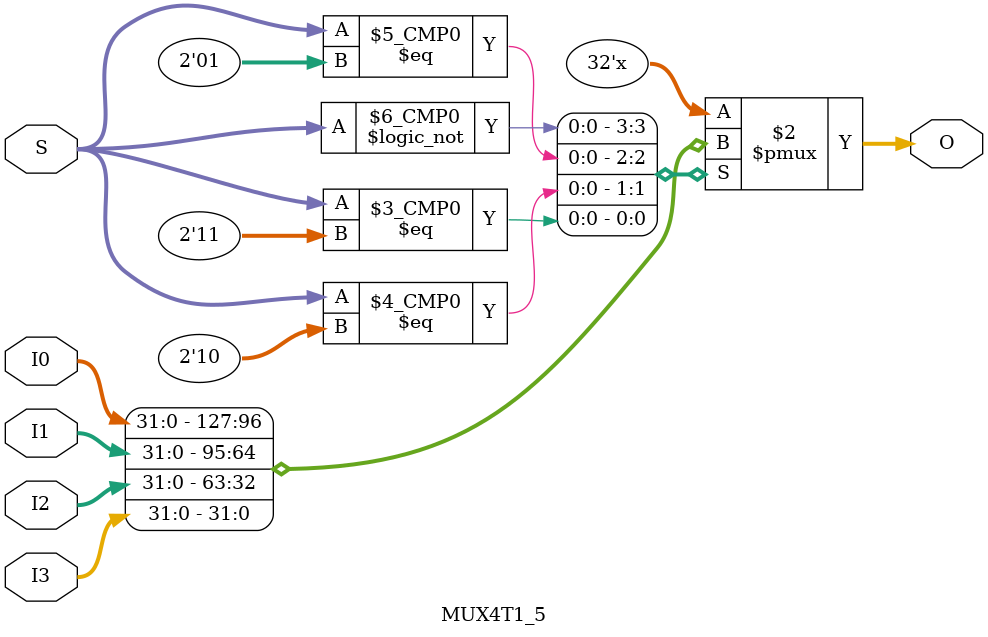
<source format=v>
module MUX4T1_5(
    input [1:0] S,
    input [31:0] I0,
    input [31:0] I1,
    input [31:0] I2,
    input [31:0] I3,
    output reg [31:0] O
);

    always @ (*) begin
        case(S)
            2'b00: O = I0;
            2'b01: O = I1;
            2'b10: O = I2;
            2'b11: O = I3;
            default: O = 31'b0; // ´¦ÀíÎ´¶¨Òå×´Ì¬
        endcase
    end

endmodule
</source>
